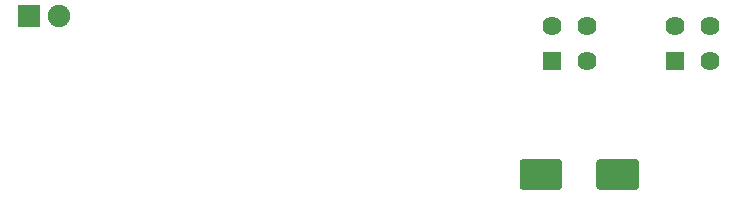
<source format=gbr>
%TF.GenerationSoftware,KiCad,Pcbnew,(5.1.6)-1*%
%TF.CreationDate,2020-11-25T09:57:01+11:00*%
%TF.ProjectId,ELEC Panel Panel PCB V1,454c4543-2050-4616-9e65-6c2050616e65,rev?*%
%TF.SameCoordinates,Original*%
%TF.FileFunction,Soldermask,Bot*%
%TF.FilePolarity,Negative*%
%FSLAX46Y46*%
G04 Gerber Fmt 4.6, Leading zero omitted, Abs format (unit mm)*
G04 Created by KiCad (PCBNEW (5.1.6)-1) date 2020-11-25 09:57:01*
%MOMM*%
%LPD*%
G01*
G04 APERTURE LIST*
%ADD10C,1.620000*%
%ADD11R,1.620000X1.620000*%
%ADD12C,1.900000*%
%ADD13R,1.900000X1.900000*%
G04 APERTURE END LIST*
D10*
%TO.C,J2*%
X131368999Y-121107001D03*
X128369000Y-121107001D03*
X131368999Y-124107000D03*
D11*
X128369000Y-124107000D03*
%TD*%
D10*
%TO.C,J1*%
X120954999Y-121107001D03*
X117955000Y-121107001D03*
X120954999Y-124107000D03*
D11*
X117955000Y-124107000D03*
%TD*%
D12*
%TO.C,D1*%
X76225400Y-120294000D03*
D13*
X73685400Y-120294000D03*
%TD*%
%TO.C,C1*%
G36*
G01*
X121746000Y-134720000D02*
X121746000Y-132640000D01*
G75*
G02*
X122006000Y-132380000I260000J0D01*
G01*
X125086000Y-132380000D01*
G75*
G02*
X125346000Y-132640000I0J-260000D01*
G01*
X125346000Y-134720000D01*
G75*
G02*
X125086000Y-134980000I-260000J0D01*
G01*
X122006000Y-134980000D01*
G75*
G02*
X121746000Y-134720000I0J260000D01*
G01*
G37*
G36*
G01*
X115246000Y-134720000D02*
X115246000Y-132640000D01*
G75*
G02*
X115506000Y-132380000I260000J0D01*
G01*
X118586000Y-132380000D01*
G75*
G02*
X118846000Y-132640000I0J-260000D01*
G01*
X118846000Y-134720000D01*
G75*
G02*
X118586000Y-134980000I-260000J0D01*
G01*
X115506000Y-134980000D01*
G75*
G02*
X115246000Y-134720000I0J260000D01*
G01*
G37*
%TD*%
M02*

</source>
